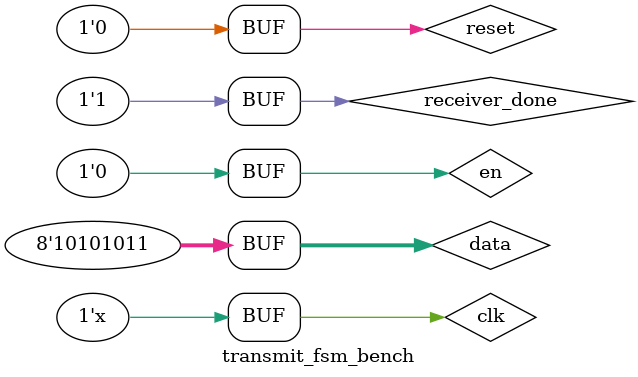
<source format=v>
/*
Author: Spence Johnston
Module: transmit finite state machine
Purpose: 
	transmits data serially via the uart protocol.
	takes one bytes as data input. On an enable signal, 
	data is wrapped and sent serially via out. done
	signifies when this module is ready for next data byte.
	done used for feedback for data in.
*/
module transmit_fsm
# (
	parameter DATA_LEN = 8
) (
	input clk, en, reset, receiver_done,
	input [DATA_LEN-1:0] data,
	output reg out,
	output reg done //ready for next signal
);

//states
localparam IDLE = 0;
localparam LOADED = 5;
localparam START = 1;
localparam TRANSMIT = 2;
localparam PARITY = 3;
localparam END = 4;

reg [2:0] state;
reg [2:0] count;
reg [DATA_LEN-1:0] data_var;
reg parity_var;

always @ ( posedge clk or posedge reset )
begin
	if (reset)
		state = IDLE;
	else 
		case ( state)
			IDLE:
			begin
				if (en)
				begin
					if(receiver_done)
						state = START;
					else
						state = LOADED;
				end
				else
					state = state;
			end
			LOADED:
			begin
				if (receiver_done)
					state = START;
				else
					state = state;
			end
			START:
			begin
				count = 0; // init for transmit loop
				state = TRANSMIT;
			end
			TRANSMIT:
			begin
				if (count < (DATA_LEN-1))
				begin
					count = count + 1;
					state = state;
				end
				else
					state = PARITY;
			end
			PARITY: 
				state = END;
			END:
			begin
				state = IDLE;
			end
		endcase 
end

always @ ( posedge clk )
begin
	case (state)
		IDLE:
		begin
			out = 1;
			done = 1;
			data_var = data;
		end
		LOADED:
		begin
			out = 1;
			done = 0;
		end
		START:
		begin
			out = 0;
			done = 0;
			parity_var = (data_var[0] ^ data_var[1]) ^ 
					(data_var[2] ^ data_var[3]) ^
					(data_var[4] ^ data_var[5]) ^
					(data_var[6] ^ data_var[7]);
		end
		TRANSMIT:
		begin
			out = data_var[0];
			data_var = data_var >> 1; //grab MSB and shift
		end
		PARITY:
		begin //even parity xor... if wanted odd xnor
			out = parity_var;
		end
		END:
		begin
			out = 1;
			done = 0;
		end
	endcase
end
endmodule 

//TESTBENCH
module transmit_fsm_bench;

reg clk, en, reset, receiver_done;
reg [7:0] data;
wire out, done;
	
transmit_fsm t0 (clk, en, reset, receiver_done, data, out, done);
	
initial
begin
	clk = 1;
	reset = 1;
	en = 0;
	data = 8'hab;
	receiver_done = 1;
	
	#2 reset = 0;
	#4 en= 1;
	#1 en = 0;
	
	#23 en = 1;
	#1 en = 0;
	
	#23 en = 1;
	#1 en = 0;
end

always
begin
	#1 clk = ~clk;
end
endmodule 
</source>
